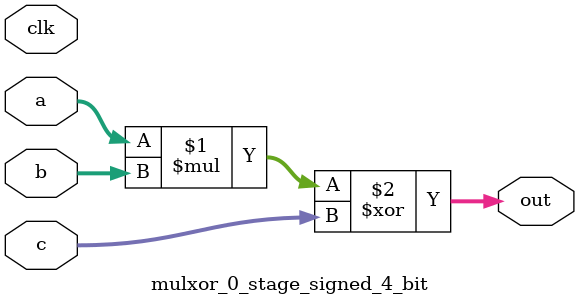
<source format=sv>
(* use_dsp = "yes" *) module mulxor_0_stage_signed_4_bit(
	input signed [3:0] a,
	input signed [3:0] b,
	input signed [3:0] c,
	output [3:0] out,
	input clk);

	assign out = (a * b) ^ c;
endmodule

</source>
